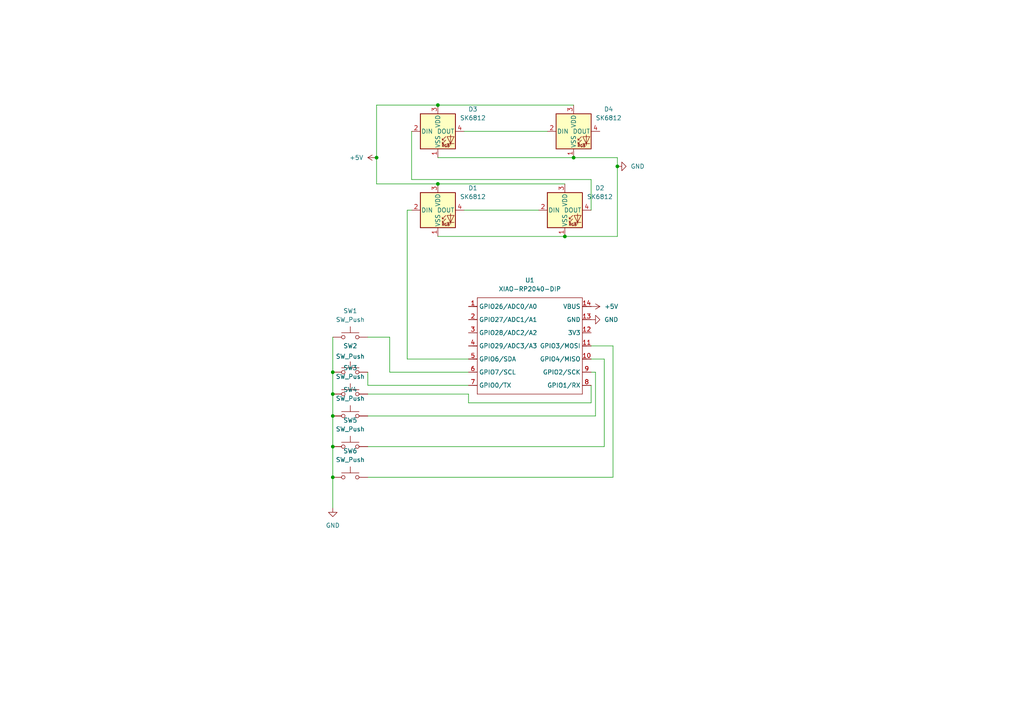
<source format=kicad_sch>
(kicad_sch (version 20250114) (generator "eeschema") (generator_version "9.0")
  (paper "A4")
  (lib_symbols
    (symbol "LED:SK6812" (pin_names (offset 0.254))
      (property "Reference" "D" (at 5.08 5.715 0))
      (property "Value" "SK6812" (at 1.27 -5.715 0))
      (symbol "SK6812_0_0"
        (text "RGB" (at 2.286 -4.191 0) (effects (font (size 0.762 0.762))))
      )
      (symbol "SK6812_0_1"
        (polyline (pts (xy 1.27 -2.54) (xy 1.778 -2.54)))
        (polyline (pts (xy 1.27 -3.556) (xy 1.778 -3.556)))
        (polyline (pts (xy 2.286 -1.524) (xy 1.27 -2.54) (xy 1.27 -2.032)))
        (polyline (pts (xy 2.286 -2.54) (xy 1.27 -3.556) (xy 1.27 -3.048)))
        (polyline (pts (xy 3.683 -1.016) (xy 3.683 -3.556) (xy 3.683 -4.064)))
        (polyline (pts (xy 4.699 -1.524) (xy 2.667 -1.524) (xy 3.683 -3.556) (xy 4.699 -1.524)))
        (polyline (pts (xy 4.699 -3.556) (xy 2.667 -3.556)))
        (rectangle (start 5.08 5.08) (end -5.08 -5.08) (stroke (width 0.254)) (fill (type background)))
      )
      (symbol "SK6812_1_1"
        (pin input line (at -7.62 0 0) (length 2.54) (name "DIN") (number "2"))
        (pin power_in line (at 0 7.62 270) (length 2.54) (name "VDD") (number "3"))
        (pin power_in line (at 0 -7.62 90) (length 2.54) (name "VSS") (number "1"))
        (pin output line (at 7.62 0 180) (length 2.54) (name "DOUT") (number "4"))
      )
    )
    (symbol "OPL:XIAO-RP2040-DIP"
      (property "Reference" "U" (at 0 0 0))
      (property "Value" "XIAO-RP2040-DIP" (at 5.334 -1.778 0))
      (symbol "XIAO-RP2040-DIP_1_0"
        (polyline (pts (xy -1.27 -2.54) (xy 29.21 -2.54)) (stroke (width 0.1524)))
        (polyline (pts (xy -1.27 -5.08) (xy -2.54 -5.08)) (stroke (width 0.1524)))
        (polyline (pts (xy -1.27 -5.08) (xy -1.27 -2.54)) (stroke (width 0.1524)))
        (polyline (pts (xy -1.27 -8.89) (xy -2.54 -8.89)) (stroke (width 0.1524)))
        (polyline (pts (xy -1.27 -8.89) (xy -1.27 -5.08)) (stroke (width 0.1524)))
        (polyline (pts (xy -1.27 -12.7) (xy -2.54 -12.7)) (stroke (width 0.1524)))
        (polyline (pts (xy -1.27 -12.7) (xy -1.27 -8.89)) (stroke (width 0.1524)))
        (polyline (pts (xy -1.27 -16.51) (xy -2.54 -16.51)) (stroke (width 0.1524)))
        (polyline (pts (xy -1.27 -16.51) (xy -1.27 -12.7)) (stroke (width 0.1524)))
        (polyline (pts (xy -1.27 -20.32) (xy -2.54 -20.32)) (stroke (width 0.1524)))
        (polyline (pts (xy -1.27 -24.13) (xy -2.54 -24.13)) (stroke (width 0.1524)))
        (polyline (pts (xy -1.27 -27.94) (xy -2.54 -27.94)) (stroke (width 0.1524)))
        (polyline (pts (xy -1.27 -30.48) (xy -1.27 -16.51)) (stroke (width 0.1524)))
        (polyline (pts (xy 29.21 -2.54) (xy 29.21 -5.08)) (stroke (width 0.1524)))
        (polyline (pts (xy 29.21 -5.08) (xy 29.21 -8.89)) (stroke (width 0.1524)))
        (polyline (pts (xy 29.21 -8.89) (xy 29.21 -12.7)) (stroke (width 0.1524)))
        (polyline (pts (xy 29.21 -12.7) (xy 29.21 -30.48)) (stroke (width 0.1524)))
        (polyline (pts (xy 29.21 -30.48) (xy -1.27 -30.48)) (stroke (width 0.1524)))
        (polyline (pts (xy 30.48 -5.08) (xy 29.21 -5.08)) (stroke (width 0.1524)))
        (polyline (pts (xy 30.48 -8.89) (xy 29.21 -8.89)) (stroke (width 0.1524)))
        (polyline (pts (xy 30.48 -12.7) (xy 29.21 -12.7)) (stroke (width 0.1524)))
        (polyline (pts (xy 30.48 -16.51) (xy 29.21 -16.51)) (stroke (width 0.1524)))
        (polyline (pts (xy 30.48 -20.32) (xy 29.21 -20.32)) (stroke (width 0.1524)))
        (polyline (pts (xy 30.48 -24.13) (xy 29.21 -24.13)) (stroke (width 0.1524)))
        (polyline (pts (xy 30.48 -27.94) (xy 29.21 -27.94)) (stroke (width 0.1524)))
        (pin passive line (at -3.81 -5.08 0) (length 2.54) (name "GPIO26/ADC0/A0") (number "1"))
        (pin passive line (at -3.81 -8.89 0) (length 2.54) (name "GPIO27/ADC1/A1") (number "2"))
        (pin passive line (at -3.81 -12.7 0) (length 2.54) (name "GPIO28/ADC2/A2") (number "3"))
        (pin passive line (at -3.81 -16.51 0) (length 2.54) (name "GPIO29/ADC3/A3") (number "4"))
        (pin passive line (at -3.81 -20.32 0) (length 2.54) (name "GPIO6/SDA") (number "5"))
        (pin passive line (at -3.81 -24.13 0) (length 2.54) (name "GPIO7/SCL") (number "6"))
        (pin passive line (at -3.81 -27.94 0) (length 2.54) (name "GPIO0/TX") (number "7"))
        (pin passive line (at 31.75 -5.08 180) (length 2.54) (name "VBUS") (number "14"))
        (pin passive line (at 31.75 -8.89 180) (length 2.54) (name "GND") (number "13"))
        (pin passive line (at 31.75 -12.7 180) (length 2.54) (name "3V3") (number "12"))
        (pin passive line (at 31.75 -16.51 180) (length 2.54) (name "GPIO3/MOSI") (number "11"))
        (pin passive line (at 31.75 -20.32 180) (length 2.54) (name "GPIO4/MISO") (number "10"))
        (pin passive line (at 31.75 -24.13 180) (length 2.54) (name "GPIO2/SCK") (number "9"))
        (pin passive line (at 31.75 -27.94 180) (length 2.54) (name "GPIO1/RX") (number "8"))
      )
    )
    (symbol "Switch:SW_Push" (pin_numbers (hide yes)) (pin_names (offset 1.016) (hide yes))
      (property "Reference" "SW" (at 1.27 2.54 0))
      (property "Value" "SW_Push" (at 0 -1.524 0))
      (symbol "SW_Push_0_1"
        (circle (center -2.032 0) (radius 0.508))
        (polyline (pts (xy 0 1.27) (xy 0 3.048)))
        (circle (center 2.032 0) (radius 0.508))
        (polyline (pts (xy 2.54 1.27) (xy -2.54 1.27)))
        (pin passive line (at -5.08 0 0) (length 2.54) (name "1") (number "1"))
        (pin passive line (at 5.08 0 180) (length 2.54) (name "2") (number "2"))
      )
    )
    (symbol "power:+5V" (power) (pin_names (offset 0))
      (property "Value" "+5V" (at 0 3.556 0))
      (symbol "+5V_0_1"
        (polyline (pts (xy -0.762 1.27) (xy 0 2.54)))
        (polyline (pts (xy 0 2.54) (xy 0.762 1.27)))
        (polyline (pts (xy 0 0) (xy 0 2.54)))
      )
      (symbol "+5V_1_1"
        (pin power_in line (at 0 0 90) (length 0) (hide yes) (name "+5V") (number "1"))
      )
    )
    (symbol "power:GND" (power) (pin_names (offset 0))
      (property "Value" "GND" (at 0 -3.81 0))
      (symbol "GND_0_1"
        (polyline (pts (xy 0 0) (xy 0 -1.27) (xy 1.27 -1.27) (xy 0 -2.54) (xy -1.27 -1.27) (xy 0 -1.27)))
      )
      (symbol "GND_1_1"
        (pin power_in line (at 0 0 270) (length 0) (hide yes) (name "GND") (number "1"))
      )
    )
  )
  (junction (at 127 53.34))
  (junction (at 163.83 68.58))
  (junction (at 96.52 138.43))
  (junction (at 96.52 107.95))
  (junction (at 96.52 129.54))
  (junction (at 179.07 48.26))
  (junction (at 166.37 45.72))
  (junction (at 109.22 45.72))
  (junction (at 127 30.48))
  (junction (at 96.52 120.65))
  (junction (at 96.52 114.3))
  (wire (pts (xy 172.72 107.95) (xy 171.45 107.95)))
  (wire (pts (xy 106.68 129.54) (xy 175.26 129.54)))
  (wire (pts (xy 113.03 97.79) (xy 113.03 107.95)))
  (wire (pts (xy 171.45 60.96) (xy 171.45 52.07)))
  (wire (pts (xy 109.22 45.72) (xy 109.22 53.34)))
  (wire (pts (xy 96.52 129.54) (xy 96.52 138.43)))
  (wire (pts (xy 96.52 120.65) (xy 96.52 129.54)))
  (wire (pts (xy 166.37 45.72) (xy 179.07 45.72)))
  (wire (pts (xy 127 53.34) (xy 109.22 53.34)))
  (wire (pts (xy 134.62 38.1) (xy 158.75 38.1)))
  (wire (pts (xy 96.52 97.79) (xy 96.52 107.95)))
  (wire (pts (xy 96.52 114.3) (xy 96.52 120.65)))
  (wire (pts (xy 118.11 104.14) (xy 118.11 60.96)))
  (wire (pts (xy 113.03 107.95) (xy 135.89 107.95)))
  (wire (pts (xy 109.22 30.48) (xy 109.22 45.72)))
  (wire (pts (xy 171.45 100.33) (xy 177.8 100.33)))
  (wire (pts (xy 106.68 107.95) (xy 106.68 111.76)))
  (wire (pts (xy 171.45 52.07) (xy 119.38 52.07)))
  (wire (pts (xy 134.62 60.96) (xy 156.21 60.96)))
  (wire (pts (xy 96.52 138.43) (xy 96.52 147.32)))
  (wire (pts (xy 127 68.58) (xy 163.83 68.58)))
  (wire (pts (xy 127 45.72) (xy 166.37 45.72)))
  (wire (pts (xy 127 30.48) (xy 109.22 30.48)))
  (wire (pts (xy 177.8 138.43) (xy 106.68 138.43)))
  (wire (pts (xy 135.89 114.3) (xy 135.89 116.84)))
  (wire (pts (xy 163.83 68.58) (xy 179.07 68.58)))
  (wire (pts (xy 171.45 116.84) (xy 171.45 111.76)))
  (wire (pts (xy 127 30.48) (xy 166.37 30.48)))
  (wire (pts (xy 135.89 104.14) (xy 118.11 104.14)))
  (wire (pts (xy 119.38 52.07) (xy 119.38 38.1)))
  (wire (pts (xy 135.89 116.84) (xy 171.45 116.84)))
  (wire (pts (xy 175.26 129.54) (xy 175.26 104.14)))
  (wire (pts (xy 106.68 114.3) (xy 135.89 114.3)))
  (wire (pts (xy 175.26 104.14) (xy 171.45 104.14)))
  (wire (pts (xy 177.8 100.33) (xy 177.8 138.43)))
  (wire (pts (xy 179.07 45.72) (xy 179.07 48.26)))
  (wire (pts (xy 118.11 60.96) (xy 119.38 60.96)))
  (wire (pts (xy 106.68 97.79) (xy 113.03 97.79)))
  (wire (pts (xy 106.68 120.65) (xy 172.72 120.65)))
  (wire (pts (xy 106.68 111.76) (xy 135.89 111.76)))
  (wire (pts (xy 96.52 107.95) (xy 96.52 114.3)))
  (wire (pts (xy 179.07 48.26) (xy 179.07 68.58)))
  (wire (pts (xy 172.72 120.65) (xy 172.72 107.95)))
  (wire (pts (xy 127 53.34) (xy 163.83 53.34)))
  (symbol (lib_id "Switch:SW_Push") (at 101.6 107.95 0) (unit 1)
    (property "Reference" "SW2" (at 101.6 100.33 0))
    (property "Value" "SW_Push" (at 101.6 103.378 0))
    (property "Footprint" "Button_Switch_Keyboard:SW_Cherry_MX_1.00u_PCB" (effects (hide yes)))
    (property "Description" "Push button switch, generic, two pins" (effects (hide yes)))
  )
  (symbol (lib_id "power:+5V") (at 171.45 88.9 270) (unit 1)
    (property "Reference" "#PWR04" (effects (hide yes)))
    (property "Value" "+5V" (at 175.26 88.8999 90) (effects (justify left)))
    (property "Description" "Power symbol creates a global label with name \"+5V\"" (effects (hide yes)))
  )
  (symbol (lib_id "power:GND") (at 171.45 92.71 90) (unit 1)
    (property "Reference" "#PWR05" (effects (hide yes)))
    (property "Value" "GND" (at 175.26 92.7099 90) (effects (justify right)))
    (property "Description" "Power symbol creates a global label with name \"GND\" , ground" (effects (hide yes)))
  )
  (symbol (lib_id "LED:SK6812") (at 163.83 60.96 0) (unit 1)
    (property "Reference" "D2" (at 173.99 54.5398 0))
    (property "Value" "SK6812" (at 173.99 57.0798 0))
    (property "Footprint" "LED_SMD:LED_SK6812MINI_PLCC4_3.5x3.5mm_P1.75mm" (effects (hide yes)))
    (property "Datasheet" "https://cdn-shop.adafruit.com/product-files/1138/SK6812+LED+datasheet+.pdf" (effects (hide yes)))
    (property "Description" "RGB LED with integrated controller" (effects (hide yes)))
  )
  (symbol (lib_id "power:GND") (at 179.07 48.26 90) (unit 1)
    (property "Reference" "#PWR02" (effects (hide yes)))
    (property "Value" "GND" (at 182.88 48.2599 90) (effects (justify right)))
    (property "Description" "Power symbol creates a global label with name \"GND\" , ground" (effects (hide yes)))
  )
  (symbol (lib_id "OPL:XIAO-RP2040-DIP") (at 139.7 83.82 0) (unit 1)
    (property "Reference" "U1" (at 153.67 81.28 0))
    (property "Value" "XIAO-RP2040-DIP" (at 153.67 83.82 0))
    (property "Footprint" "Seeed Studio XIAO Series Library OPL:XIAO-RP2040-DIP" (effects (hide yes)))
  )
  (symbol (lib_id "Switch:SW_Push") (at 101.6 120.65 0) (unit 1)
    (property "Reference" "SW4" (at 101.6 113.03 0))
    (property "Value" "SW_Push" (at 101.6 115.57 0))
    (property "Footprint" "Button_Switch_Keyboard:SW_Cherry_MX_1.00u_PCB" (effects (hide yes)))
    (property "Description" "Push button switch, generic, two pins" (effects (hide yes)))
  )
  (symbol (lib_id "Switch:SW_Push") (at 101.6 114.3 0) (unit 1)
    (property "Reference" "SW3" (at 101.6 106.68 0))
    (property "Value" "SW_Push" (at 101.6 109.22 0))
    (property "Footprint" "Button_Switch_Keyboard:SW_Cherry_MX_1.00u_PCB" (effects (hide yes)))
    (property "Description" "Push button switch, generic, two pins" (effects (hide yes)))
  )
  (symbol (lib_id "power:GND") (at 96.52 147.32 0) (unit 1)
    (property "Reference" "#PWR01" (effects (hide yes)))
    (property "Value" "GND" (at 96.52 152.4 0))
    (property "Description" "Power symbol creates a global label with name \"GND\" , ground" (effects (hide yes)))
  )
  (symbol (lib_id "LED:SK6812") (at 127 60.96 0) (unit 1)
    (property "Reference" "D1" (at 137.16 54.5398 0))
    (property "Value" "SK6812" (at 137.16 57.0798 0))
    (property "Footprint" "LED_SMD:LED_SK6812MINI_PLCC4_3.5x3.5mm_P1.75mm" (effects (hide yes)))
    (property "Datasheet" "https://cdn-shop.adafruit.com/product-files/1138/SK6812+LED+datasheet+.pdf" (effects (hide yes)))
    (property "Description" "RGB LED with integrated controller" (effects (hide yes)))
  )
  (symbol (lib_id "LED:SK6812") (at 166.37 38.1 0) (unit 1)
    (property "Reference" "D4" (at 176.53 31.6798 0))
    (property "Value" "SK6812" (at 176.53 34.2198 0))
    (property "Footprint" "LED_SMD:LED_SK6812MINI_PLCC4_3.5x3.5mm_P1.75mm" (effects (hide yes)))
    (property "Datasheet" "https://cdn-shop.adafruit.com/product-files/1138/SK6812+LED+datasheet+.pdf" (effects (hide yes)))
    (property "Description" "RGB LED with integrated controller" (effects (hide yes)))
  )
  (symbol (lib_id "Switch:SW_Push") (at 101.6 129.54 0) (unit 1)
    (property "Reference" "SW5" (at 101.6 121.92 0))
    (property "Value" "SW_Push" (at 101.6 124.46 0))
    (property "Footprint" "Button_Switch_Keyboard:SW_Cherry_MX_1.00u_PCB" (effects (hide yes)))
    (property "Description" "Push button switch, generic, two pins" (effects (hide yes)))
  )
  (symbol (lib_id "LED:SK6812") (at 127 38.1 0) (unit 1)
    (property "Reference" "D3" (at 137.16 31.6798 0))
    (property "Value" "SK6812" (at 137.16 34.2198 0))
    (property "Footprint" "LED_SMD:LED_SK6812MINI_PLCC4_3.5x3.5mm_P1.75mm" (effects (hide yes)))
    (property "Datasheet" "https://cdn-shop.adafruit.com/product-files/1138/SK6812+LED+datasheet+.pdf" (effects (hide yes)))
    (property "Description" "RGB LED with integrated controller" (effects (hide yes)))
  )
  (symbol (lib_id "Switch:SW_Push") (at 101.6 138.43 0) (unit 1)
    (property "Reference" "SW6" (at 101.6 130.81 0))
    (property "Value" "SW_Push" (at 101.6 133.35 0))
    (property "Footprint" "Button_Switch_Keyboard:SW_Cherry_MX_1.00u_PCB" (effects (hide yes)))
    (property "Description" "Push button switch, generic, two pins" (effects (hide yes)))
  )
  (symbol (lib_id "power:+5V") (at 109.22 45.72 90) (unit 1)
    (property "Reference" "#PWR03" (effects (hide yes)))
    (property "Value" "+5V" (at 105.41 45.7199 90) (effects (justify left)))
    (property "Description" "Power symbol creates a global label with name \"+5V\"" (effects (hide yes)))
  )
  (symbol (lib_id "Switch:SW_Push") (at 101.6 97.79 0) (unit 1)
    (property "Reference" "SW1" (at 101.6 90.17 0))
    (property "Value" "SW_Push" (at 101.6 92.71 0))
    (property "Footprint" "Button_Switch_Keyboard:SW_Cherry_MX_1.00u_PCB" (effects (hide yes)))
    (property "Description" "Push button switch, generic, two pins" (effects (hide yes)))
  )
)
</source>
